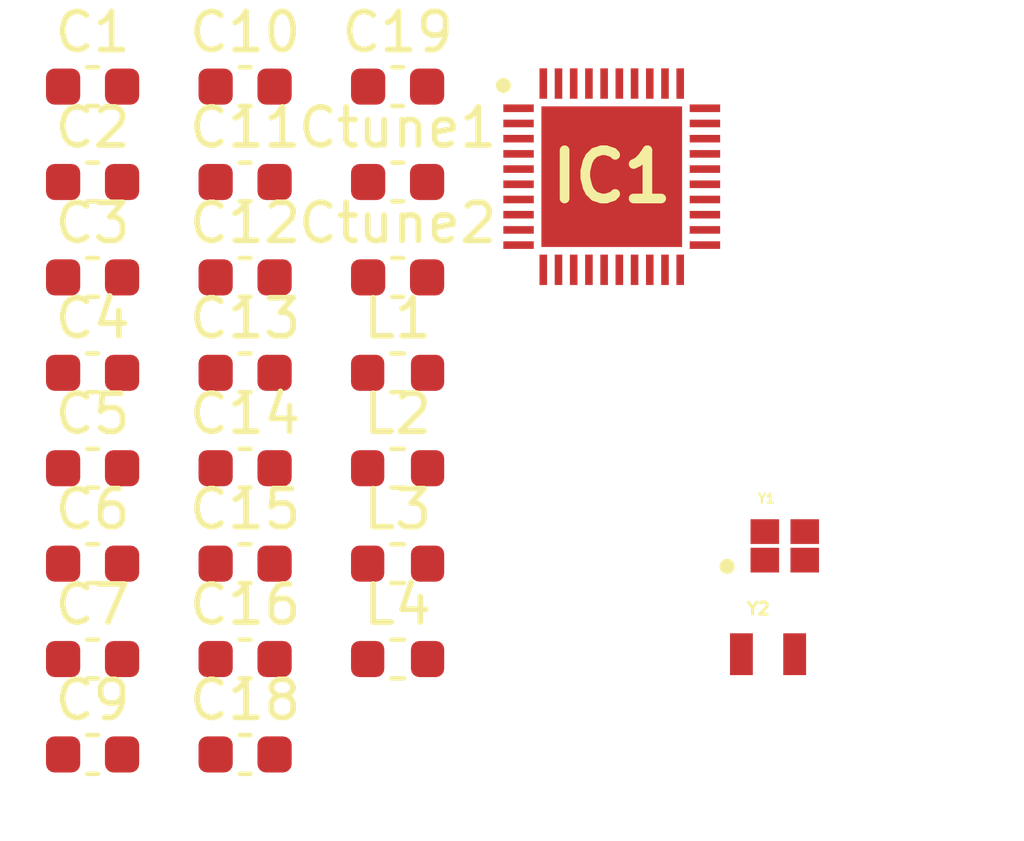
<source format=kicad_pcb>
(kicad_pcb (version 20221018) (generator pcbnew)
  (layers (0 "F.Cu" signal) (31 "B.Cu" signal) (34 "B.Paste" user) (35 "F.Paste" user) (36 "B.SilkS" user "B.Silkscreen") (37 "F.SilkS" user "F.Silkscreen") (38 "B.Mask" user) (39 "F.Mask" user) (44 "Edge.Cuts" user))
  (net 0 "")
  (net 1 "Net-(IC1-XC1)")
  (net 2 "GND")
  (net 3 "Net-(IC1-XC2)")
  (net 4 "Net-(IC1-ANT)")
  (net 5 "Net-(C4-Pad1)")
  (net 6 "Net-(IC1-DEC1)")
  (net 7 "VDD")
  (net 8 "Net-(IC1-DEC5)")
  (net 9 "Net-(IC1-DEC3)")
  (net 10 "Net-(IC1-DEC4)")
  (net 11 "Net-(IC1-P0.00{slash}XL1)")
  (net 12 "Net-(IC1-P0.01{slash}XL2)")
  (net 13 "VBUS")
  (net 14 "Net-(IC1-DECUSB)")
  (net 15 "Net-(IC1-P0.09{slash}NFC1)")
  (net 16 "Net-(IC1-P0.10{slash}NFC2)")
  (net 21 "D+")
  (net 22 "D-")
  (net 36 "Net-(IC1-DCC)")
  (net 38 "Net-(L3-Pad2)")
  (footprint "Inductor_SMD:L_0603_1608Metric" (layer "F.Cu") (at 139.4205 79.084)
    (fp_text reference "L1" (at 0 -1.43) (layer "F.SilkS"))
    (fp_text value "4.7nH")
    (fp_line (start -0.162779 -0.51) (end 0.162779 -0.51) (stroke (width 0.12)) (layer "F.SilkS"))
    (fp_line (start -0.162779 0.51) (end 0.162779 0.51) (stroke (width 0.12)) (layer "F.SilkS"))
    (pad "1" smd roundrect (at -0.7875 0) (size 0.875 0.95) (layers "F.Cu" "F.Paste" "F.Mask") (net 4 "Net-(IC1-ANT)"))
    (pad "2" smd roundrect (at 0.7875 0) (size 0.875 0.95) (layers "F.Cu" "F.Paste" "F.Mask") (net 5 "Net-(C4-Pad1)"))
  )
  (footprint "Capacitor_SMD:C_0603_1608Metric" (layer "F.Cu") (at 131.4005 79.084)
    (fp_text reference "C4" (at 0 -1.43) (layer "F.SilkS"))
    (fp_text value "1.2pF")
    (fp_line (start -0.14058 -0.51) (end 0.14058 -0.51) (stroke (width 0.12)) (layer "F.SilkS"))
    (fp_line (start -0.14058 0.51) (end 0.14058 0.51) (stroke (width 0.12)) (layer "F.SilkS"))
    (pad "1" smd roundrect (at -0.775 0) (size 0.9 0.95) (layers "F.Cu" "F.Paste" "F.Mask") (net 5 "Net-(C4-Pad1)"))
    (pad "2" smd roundrect (at 0.775 0) (size 0.9 0.95) (layers "F.Cu" "F.Paste" "F.Mask") (net 2 "GND"))
  )
  (footprint "TESIS:XTAL_ECS-320-8-47-CKM-TR3" (layer "F.Cu") (at 149.6 83.637)
    (fp_text reference "Y1" (at -0.483905 -1.247973) (layer "F.SilkS") (effects (font (size 0.24065 0.24065))))
    (fp_text value "ECS-320-8-47-CKM-TR3")
    (fp_circle (center -1.515 0.5398) (end -1.415 0.5398) (stroke (width 0.2)) (fill none) (layer "F.SilkS"))
    (pad "1" smd rect (at -0.525 0.375) (size 0.75 0.65) (layers "F.Cu" "F.Paste" "F.Mask") (net 3 "Net-(IC1-XC2)"))
    (pad "2" smd rect (at 0.525 0.375) (size 0.75 0.65) (layers "F.Cu" "F.Paste" "F.Mask") (net 2 "GND"))
    (pad "3" smd rect (at 0.525 -0.375) (size 0.75 0.65) (layers "F.Cu" "F.Paste" "F.Mask") (net 1 "Net-(IC1-XC1)"))
    (pad "4" smd rect (at -0.525 -0.375) (size 0.75 0.65) (layers "F.Cu" "F.Paste" "F.Mask") (net 2 "GND"))
  )
  (footprint "Inductor_SMD:L_0603_1608Metric" (layer "F.Cu") (at 139.4205 81.594)
    (fp_text reference "L2" (at 0 -1.43) (layer "F.SilkS"))
    (fp_text value "2.2nH")
    (fp_line (start -0.162779 -0.51) (end 0.162779 -0.51) (stroke (width 0.12)) (layer "F.SilkS"))
    (fp_line (start -0.162779 0.51) (end 0.162779 0.51) (stroke (width 0.12)) (layer "F.SilkS"))
    (pad "1" smd roundrect (at -0.7875 0) (size 0.875 0.95) (layers "F.Cu" "F.Paste" "F.Mask") (net 5 "Net-(C4-Pad1)"))
    (pad "2" smd roundrect (at 0.7875 0) (size 0.875 0.95) (layers "F.Cu" "F.Paste" "F.Mask"))
  )
  (footprint "Capacitor_SMD:C_0603_1608Metric" (layer "F.Cu") (at 131.4005 84.104)
    (fp_text reference "C6" (at 0 -1.43) (layer "F.SilkS"))
    (fp_text value "4.7uF")
    (fp_line (start -0.14058 -0.51) (end 0.14058 -0.51) (stroke (width 0.12)) (layer "F.SilkS"))
    (fp_line (start -0.14058 0.51) (end 0.14058 0.51) (stroke (width 0.12)) (layer "F.SilkS"))
    (pad "1" smd roundrect (at -0.775 0) (size 0.9 0.95) (layers "F.Cu" "F.Paste" "F.Mask") (net 7 "VDD"))
    (pad "2" smd roundrect (at 0.775 0) (size 0.9 0.95) (layers "F.Cu" "F.Paste" "F.Mask") (net 2 "GND"))
  )
  (footprint "Capacitor_SMD:C_0603_1608Metric" (layer "F.Cu") (at 139.4205 74.064)
    (fp_text reference "Ctune1" (at 0 -1.43) (layer "F.SilkS"))
    (fp_text value "TBD")
    (fp_line (start -0.14058 -0.51) (end 0.14058 -0.51) (stroke (width 0.12)) (layer "F.SilkS"))
    (fp_line (start -0.14058 0.51) (end 0.14058 0.51) (stroke (width 0.12)) (layer "F.SilkS"))
    (pad "1" smd roundrect (at -0.775 0) (size 0.9 0.95) (layers "F.Cu" "F.Paste" "F.Mask") (net 15 "Net-(IC1-P0.09{slash}NFC1)"))
    (pad "2" smd roundrect (at 0.775 0) (size 0.9 0.95) (layers "F.Cu" "F.Paste" "F.Mask") (net 2 "GND"))
  )
  (footprint "Capacitor_SMD:C_0603_1608Metric" (layer "F.Cu") (at 135.4105 71.554)
    (fp_text reference "C10" (at 0 -1.43) (layer "F.SilkS"))
    (fp_text value "100pF")
    (fp_line (start -0.14058 -0.51) (end 0.14058 -0.51) (stroke (width 0.12)) (layer "F.SilkS"))
    (fp_line (start -0.14058 0.51) (end 0.14058 0.51) (stroke (width 0.12)) (layer "F.SilkS"))
    (pad "1" smd roundrect (at -0.775 0) (size 0.9 0.95) (layers "F.Cu" "F.Paste" "F.Mask") (net 9 "Net-(IC1-DEC3)"))
    (pad "2" smd roundrect (at 0.775 0) (size 0.9 0.95) (layers "F.Cu" "F.Paste" "F.Mask") (net 2 "GND"))
  )
  (footprint "Capacitor_SMD:C_0603_1608Metric" (layer "F.Cu") (at 131.4005 81.594)
    (fp_text reference "C5" (at 0 -1.43) (layer "F.SilkS"))
    (fp_text value "100nF")
    (fp_line (start -0.14058 -0.51) (end 0.14058 -0.51) (stroke (width 0.12)) (layer "F.SilkS"))
    (fp_line (start -0.14058 0.51) (end 0.14058 0.51) (stroke (width 0.12)) (layer "F.SilkS"))
    (pad "1" smd roundrect (at -0.775 0) (size 0.9 0.95) (layers "F.Cu" "F.Paste" "F.Mask") (net 6 "Net-(IC1-DEC1)"))
    (pad "2" smd roundrect (at 0.775 0) (size 0.9 0.95) (layers "F.Cu" "F.Paste" "F.Mask") (net 2 "GND"))
  )
  (footprint "TESIS:XTAL_ECS-.327-9-12R-C-TR" (layer "F.Cu") (at 149.16 86.487)
    (fp_text reference "Y2" (at -0.254313 -1.197695) (layer "F.SilkS") (effects (font (size 0.320399 0.320399))))
    (fp_text value "ECS-.327-9-12R-C-TR")
    (pad "1" smd rect (at -0.7 0) (size 0.6 1.1) (layers "F.Cu" "F.Paste" "F.Mask") (net 12 "Net-(IC1-P0.01{slash}XL2)"))
    (pad "2" smd rect (at 0.7 0) (size 0.6 1.1) (layers "F.Cu" "F.Paste" "F.Mask") (net 11 "Net-(IC1-P0.00{slash}XL1)"))
  )
  (footprint "Inductor_SMD:L_0603_1608Metric" (layer "F.Cu") (at 139.4205 84.104)
    (fp_text reference "L3" (at 0 -1.43) (layer "F.SilkS"))
    (fp_text value "10uH")
    (fp_line (start -0.162779 -0.51) (end 0.162779 -0.51) (stroke (width 0.12)) (layer "F.SilkS"))
    (fp_line (start -0.162779 0.51) (end 0.162779 0.51) (stroke (width 0.12)) (layer "F.SilkS"))
    (pad "1" smd roundrect (at -0.7875 0) (size 0.875 0.95) (layers "F.Cu" "F.Paste" "F.Mask") (net 36 "Net-(IC1-DCC)"))
    (pad "2" smd roundrect (at 0.7875 0) (size 0.875 0.95) (layers "F.Cu" "F.Paste" "F.Mask") (net 38 "Net-(L3-Pad2)"))
  )
  (footprint "Capacitor_SMD:C_0603_1608Metric" (layer "F.Cu") (at 135.4105 74.064)
    (fp_text reference "C11" (at 0 -1.43) (layer "F.SilkS"))
    (fp_text value "100nF")
    (fp_line (start -0.14058 -0.51) (end 0.14058 -0.51) (stroke (width 0.12)) (layer "F.SilkS"))
    (fp_line (start -0.14058 0.51) (end 0.14058 0.51) (stroke (width 0.12)) (layer "F.SilkS"))
    (pad "1" smd roundrect (at -0.775 0) (size 0.9 0.95) (layers "F.Cu" "F.Paste" "F.Mask") (net 7 "VDD"))
    (pad "2" smd roundrect (at 0.775 0) (size 0.9 0.95) (layers "F.Cu" "F.Paste" "F.Mask") (net 2 "GND"))
  )
  (footprint "Capacitor_SMD:C_0603_1608Metric" (layer "F.Cu") (at 135.4105 79.084)
    (fp_text reference "C13" (at 0 -1.43) (layer "F.SilkS"))
    (fp_text value "1.0uF")
    (fp_line (start -0.14058 -0.51) (end 0.14058 -0.51) (stroke (width 0.12)) (layer "F.SilkS"))
    (fp_line (start -0.14058 0.51) (end 0.14058 0.51) (stroke (width 0.12)) (layer "F.SilkS"))
    (pad "1" smd roundrect (at -0.775 0) (size 0.9 0.95) (layers "F.Cu" "F.Paste" "F.Mask") (net 10 "Net-(IC1-DEC4)"))
    (pad "2" smd roundrect (at 0.775 0) (size 0.9 0.95) (layers "F.Cu" "F.Paste" "F.Mask") (net 2 "GND"))
  )
  (footprint "TESIS:QFN40P500X500X90-41N" (layer "F.Cu") (at 145.0505 73.924)
    (fp_text reference "IC1" (at 0 0) (layer "F.SilkS") (effects (font (size 1.27 1.27) (thickness 0.254))))
    (fp_text value "nRF52833-QDAA-R" hide)
    (fp_circle (center -2.85 -2.4) (end -2.85 -2.3) (stroke (width 0.2)) (fill none) (layer "F.SilkS"))
    (pad "1" smd rect (at -2.45 -1.8 90) (size 0.2 0.8) (layers "F.Cu" "F.Paste" "F.Mask") (net 6 "Net-(IC1-DEC1)"))
    (pad "2" smd rect (at -2.45 -1.4 90) (size 0.2 0.8) (layers "F.Cu" "F.Paste" "F.Mask") (net 11 "Net-(IC1-P0.00{slash}XL1)"))
    (pad "3" smd rect (at -2.45 -1 90) (size 0.2 0.8) (layers "F.Cu" "F.Paste" "F.Mask") (net 12 "Net-(IC1-P0.01{slash}XL2)"))
    (pad "4" smd rect (at -2.45 -0.6 90) (size 0.2 0.8) (layers "F.Cu" "F.Paste" "F.Mask"))
    (pad "5" smd rect (at -2.45 -0.2 90) (size 0.2 0.8) (layers "F.Cu" "F.Paste" "F.Mask"))
    (pad "6" smd rect (at -2.45 0.2 90) (size 0.2 0.8) (layers "F.Cu" "F.Paste" "F.Mask"))
    (pad "7" smd rect (at -2.45 0.6 90) (size 0.2 0.8) (layers "F.Cu" "F.Paste" "F.Mask"))
    (pad "8" smd rect (at -2.45 1 90) (size 0.2 0.8) (layers "F.Cu" "F.Paste" "F.Mask") (net 7 "VDD"))
    (pad "9" smd rect (at -2.45 1.4 90) (size 0.2 0.8) (layers "F.Cu" "F.Paste" "F.Mask") (net 7 "VDD"))
    (pad "10" smd rect (at -2.45 1.8 90) (size 0.2 0.8) (layers "F.Cu" "F.Paste" "F.Mask") (net 13 "VBUS"))
    (pad "11" smd rect (at -1.8 2.45) (size 0.2 0.8) (layers "F.Cu" "F.Paste" "F.Mask") (net 14 "Net-(IC1-DECUSB)"))
    (pad "12" smd rect (at -1.4 2.45) (size 0.2 0.8) (layers "F.Cu" "F.Paste" "F.Mask") (net 21 "D+"))
    (pad "13" smd rect (at -1 2.45) (size 0.2 0.8) (layers "F.Cu" "F.Paste" "F.Mask") (net 22 "D-"))
    (pad "14" smd rect (at -0.6 2.45) (size 0.2 0.8) (layers "F.Cu" "F.Paste" "F.Mask"))
    (pad "15" smd rect (at -0.2 2.45) (size 0.2 0.8) (layers "F.Cu" "F.Paste" "F.Mask"))
    (pad "16" smd rect (at 0.2 2.45) (size 0.2 0.8) (layers "F.Cu" "F.Paste" "F.Mask"))
    (pad "17" smd rect (at 0.6 2.45) (size 0.2 0.8) (layers "F.Cu" "F.Paste" "F.Mask"))
    (pad "18" smd rect (at 1 2.45) (size 0.2 0.8) (layers "F.Cu" "F.Paste" "F.Mask") (net 7 "VDD"))
    (pad "19" smd rect (at 1.4 2.45) (size 0.2 0.8) (layers "F.Cu" "F.Paste" "F.Mask"))
    (pad "20" smd rect (at 1.8 2.45) (size 0.2 0.8) (layers "F.Cu" "F.Paste" "F.Mask"))
    (pad "21" smd rect (at 2.45 1.8 90) (size 0.2 0.8) (layers "F.Cu" "F.Paste" "F.Mask") (net 8 "Net-(IC1-DEC5)"))
    (pad "22" smd rect (at 2.45 1.4 90) (size 0.2 0.8) (layers "F.Cu" "F.Paste" "F.Mask") (net 15 "Net-(IC1-P0.09{slash}NFC1)"))
    (pad "23" smd rect (at 2.45 1 90) (size 0.2 0.8) (layers "F.Cu" "F.Paste" "F.Mask") (net 16 "Net-(IC1-P0.10{slash}NFC2)"))
    (pad "24" smd rect (at 2.45 0.6 90) (size 0.2 0.8) (layers "F.Cu" "F.Paste" "F.Mask") (net 4 "Net-(IC1-ANT)"))
    (pad "25" smd rect (at 2.45 0.2 90) (size 0.2 0.8) (layers "F.Cu" "F.Paste" "F.Mask") (net 2 "GND"))
    (pad "26" smd rect (at 2.45 -0.2 90) (size 0.2 0.8) (layers "F.Cu" "F.Paste" "F.Mask") (net 10 "Net-(IC1-DEC4)"))
    (pad "27" smd rect (at 2.45 -0.6 90) (size 0.2 0.8) (layers "F.Cu" "F.Paste" "F.Mask") (net 9 "Net-(IC1-DEC3)"))
    (pad "28" smd rect (at 2.45 -1 90) (size 0.2 0.8) (layers "F.Cu" "F.Paste" "F.Mask") (net 1 "Net-(IC1-XC1)"))
    (pad "29" smd rect (at 2.45 -1.4 90) (size 0.2 0.8) (layers "F.Cu" "F.Paste" "F.Mask") (net 3 "Net-(IC1-XC2)"))
    (pad "30" smd rect (at 2.45 -1.8 90) (size 0.2 0.8) (layers "F.Cu" "F.Paste" "F.Mask") (net 7 "VDD"))
    (pad "31" smd rect (at 1.8 -2.45) (size 0.2 0.8) (layers "F.Cu" "F.Paste" "F.Mask"))
    (pad "32" smd rect (at 1.4 -2.45) (size 0.2 0.8) (layers "F.Cu" "F.Paste" "F.Mask"))
    (pad "33" smd rect (at 1 -2.45) (size 0.2 0.8) (layers "F.Cu" "F.Paste" "F.Mask"))
    (pad "34" smd rect (at 0.6 -2.45) (size 0.2 0.8) (layers "F.Cu" "F.Paste" "F.Mask"))
    (pad "35" smd rect (at 0.2 -2.45) (size 0.2 0.8) (layers "F.Cu" "F.Paste" "F.Mask"))
    (pad "36" smd rect (at -0.2 -2.45) (size 0.2 0.8) (layers "F.Cu" "F.Paste" "F.Mask"))
    (pad "37" smd rect (at -0.6 -2.45) (size 0.2 0.8) (layers "F.Cu" "F.Paste" "F.Mask"))
    (pad "38" smd rect (at -1 -2.45) (size 0.2 0.8) (layers "F.Cu" "F.Paste" "F.Mask") (net 10 "Net-(IC1-DEC4)"))
    (pad "39" smd rect (at -1.4 -2.45) (size 0.2 0.8) (layers "F.Cu" "F.Paste" "F.Mask") (net 36 "Net-(IC1-DCC)"))
    (pad "40" smd rect (at -1.8 -2.45) (size 0.2 0.8) (layers "F.Cu" "F.Paste" "F.Mask") (net 7 "VDD"))
    (pad "41" smd rect (at 0 0) (size 3.7 3.7) (layers "F.Cu" "F.Paste" "F.Mask") (net 2 "GND"))
  )
  (footprint "Capacitor_SMD:C_0603_1608Metric" (layer "F.Cu") (at 135.4105 84.104)
    (fp_text reference "C15" (at 0 -1.43) (layer "F.SilkS"))
    (fp_text value "12pF")
    (fp_line (start -0.14058 -0.51) (end 0.14058 -0.51) (stroke (width 0.12)) (layer "F.SilkS"))
    (fp_line (start -0.14058 0.51) (end 0.14058 0.51) (stroke (width 0.12)) (layer "F.SilkS"))
    (pad "1" smd roundrect (at -0.775 0) (size 0.9 0.95) (layers "F.Cu" "F.Paste" "F.Mask") (net 11 "Net-(IC1-P0.00{slash}XL1)"))
    (pad "2" smd roundrect (at 0.775 0) (size 0.9 0.95) (layers "F.Cu" "F.Paste" "F.Mask") (net 2 "GND"))
  )
  (footprint "Capacitor_SMD:C_0603_1608Metric" (layer "F.Cu") (at 131.4005 71.554)
    (fp_text reference "C1" (at 0 -1.43) (layer "F.SilkS"))
    (fp_text value "12pF")
    (fp_line (start -0.14058 -0.51) (end 0.14058 -0.51) (stroke (width 0.12)) (layer "F.SilkS"))
    (fp_line (start -0.14058 0.51) (end 0.14058 0.51) (stroke (width 0.12)) (layer "F.SilkS"))
    (pad "1" smd roundrect (at -0.775 0) (size 0.9 0.95) (layers "F.Cu" "F.Paste" "F.Mask") (net 1 "Net-(IC1-XC1)"))
    (pad "2" smd roundrect (at 0.775 0) (size 0.9 0.95) (layers "F.Cu" "F.Paste" "F.Mask") (net 2 "GND"))
  )
  (footprint "Capacitor_SMD:C_0603_1608Metric" (layer "F.Cu") (at 131.4005 89.124)
    (fp_text reference "C9" (at 0 -1.43) (layer "F.SilkS"))
    (fp_text value "820pF")
    (fp_line (start -0.14058 -0.51) (end 0.14058 -0.51) (stroke (width 0.12)) (layer "F.SilkS"))
    (fp_line (start -0.14058 0.51) (end 0.14058 0.51) (stroke (width 0.12)) (layer "F.SilkS"))
    (pad "1" smd roundrect (at -0.775 0) (size 0.9 0.95) (layers "F.Cu" "F.Paste" "F.Mask") (net 8 "Net-(IC1-DEC5)"))
    (pad "2" smd roundrect (at 0.775 0) (size 0.9 0.95) (layers "F.Cu" "F.Paste" "F.Mask") (net 2 "GND"))
  )
  (footprint "Capacitor_SMD:C_0603_1608Metric" (layer "F.Cu") (at 135.4105 86.614)
    (fp_text reference "C16" (at 0 -1.43) (layer "F.SilkS"))
    (fp_text value "12pF")
    (fp_line (start -0.14058 -0.51) (end 0.14058 -0.51) (stroke (width 0.12)) (layer "F.SilkS"))
    (fp_line (start -0.14058 0.51) (end 0.14058 0.51) (stroke (width 0.12)) (layer "F.SilkS"))
    (pad "1" smd roundrect (at -0.775 0) (size 0.9 0.95) (layers "F.Cu" "F.Paste" "F.Mask") (net 12 "Net-(IC1-P0.01{slash}XL2)"))
    (pad "2" smd roundrect (at 0.775 0) (size 0.9 0.95) (layers "F.Cu" "F.Paste" "F.Mask") (net 2 "GND"))
  )
  (footprint "Capacitor_SMD:C_0603_1608Metric" (layer "F.Cu") (at 135.4105 76.574)
    (fp_text reference "C12" (at 0 -1.43) (layer "F.SilkS"))
    (fp_text value "1.0uF")
    (fp_line (start -0.14058 -0.51) (end 0.14058 -0.51) (stroke (width 0.12)) (layer "F.SilkS"))
    (fp_line (start -0.14058 0.51) (end 0.14058 0.51) (stroke (width 0.12)) (layer "F.SilkS"))
    (pad "1" smd roundrect (at -0.775 0) (size 0.9 0.95) (layers "F.Cu" "F.Paste" "F.Mask") (net 7 "VDD"))
    (pad "2" smd roundrect (at 0.775 0) (size 0.9 0.95) (layers "F.Cu" "F.Paste" "F.Mask") (net 2 "GND"))
  )
  (footprint "Inductor_SMD:L_0603_1608Metric" (layer "F.Cu") (at 139.4205 86.614)
    (fp_text reference "L4" (at 0 -1.43) (layer "F.SilkS"))
    (fp_text value "15nH")
    (fp_line (start -0.162779 -0.51) (end 0.162779 -0.51) (stroke (width 0.12)) (layer "F.SilkS"))
    (fp_line (start -0.162779 0.51) (end 0.162779 0.51) (stroke (width 0.12)) (layer "F.SilkS"))
    (pad "1" smd roundrect (at -0.7875 0) (size 0.875 0.95) (layers "F.Cu" "F.Paste" "F.Mask") (net 38 "Net-(L3-Pad2)"))
    (pad "2" smd roundrect (at 0.7875 0) (size 0.875 0.95) (layers "F.Cu" "F.Paste" "F.Mask") (net 10 "Net-(IC1-DEC4)"))
  )
  (footprint "Capacitor_SMD:C_0603_1608Metric" (layer "F.Cu") (at 139.4205 76.574)
    (fp_text reference "Ctune2" (at 0 -1.43) (layer "F.SilkS"))
    (fp_text value "TBD")
    (fp_line (start -0.14058 -0.51) (end 0.14058 -0.51) (stroke (width 0.12)) (layer "F.SilkS"))
    (fp_line (start -0.14058 0.51) (end 0.14058 0.51) (stroke (width 0.12)) (layer "F.SilkS"))
    (pad "1" smd roundrect (at -0.775 0) (size 0.9 0.95) (layers "F.Cu" "F.Paste" "F.Mask") (net 16 "Net-(IC1-P0.10{slash}NFC2)"))
    (pad "2" smd roundrect (at 0.775 0) (size 0.9 0.95) (layers "F.Cu" "F.Paste" "F.Mask") (net 2 "GND"))
  )
  (footprint "Capacitor_SMD:C_0603_1608Metric" (layer "F.Cu") (at 131.4005 76.574)
    (fp_text reference "C3" (at 0 -1.43) (layer "F.SilkS"))
    (fp_text value "1.0pF")
    (fp_line (start -0.14058 -0.51) (end 0.14058 -0.51) (stroke (width 0.12)) (layer "F.SilkS"))
    (fp_line (start -0.14058 0.51) (end 0.14058 0.51) (stroke (width 0.12)) (layer "F.SilkS"))
    (pad "1" smd roundrect (at -0.775 0) (size 0.9 0.95) (layers "F.Cu" "F.Paste" "F.Mask") (net 4 "Net-(IC1-ANT)"))
    (pad "2" smd roundrect (at 0.775 0) (size 0.9 0.95) (layers "F.Cu" "F.Paste" "F.Mask") (net 2 "GND"))
  )
  (footprint "Capacitor_SMD:C_0603_1608Metric" (layer "F.Cu") (at 131.4005 86.614)
    (fp_text reference "C7" (at 0 -1.43) (layer "F.SilkS"))
    (fp_text value "4.7uF")
    (fp_line (start -0.14058 -0.51) (end 0.14058 -0.51) (stroke (width 0.12)) (layer "F.SilkS"))
    (fp_line (start -0.14058 0.51) (end 0.14058 0.51) (stroke (width 0.12)) (layer "F.SilkS"))
    (pad "1" smd roundrect (at -0.775 0) (size 0.9 0.95) (layers "F.Cu" "F.Paste" "F.Mask") (net 7 "VDD"))
    (pad "2" smd roundrect (at 0.775 0) (size 0.9 0.95) (layers "F.Cu" "F.Paste" "F.Mask") (net 2 "GND"))
  )
  (footprint "Capacitor_SMD:C_0603_1608Metric" (layer "F.Cu") (at 135.4105 81.594)
    (fp_text reference "C14" (at 0 -1.43) (layer "F.SilkS"))
    (fp_text value "47nF")
    (fp_line (start -0.14058 -0.51) (end 0.14058 -0.51) (stroke (width 0.12)) (layer "F.SilkS"))
    (fp_line (start -0.14058 0.51) (end 0.14058 0.51) (stroke (width 0.12)) (layer "F.SilkS"))
    (pad "1" smd roundrect (at -0.775 0) (size 0.9 0.95) (layers "F.Cu" "F.Paste" "F.Mask") (net 10 "Net-(IC1-DEC4)"))
    (pad "2" smd roundrect (at 0.775 0) (size 0.9 0.95) (layers "F.Cu" "F.Paste" "F.Mask") (net 2 "GND"))
  )
  (footprint "Capacitor_SMD:C_0603_1608Metric" (layer "F.Cu") (at 139.4205 71.554)
    (fp_text reference "C19" (at 0 -1.43) (layer "F.SilkS"))
    (fp_text value "4.7uF")
    (fp_line (start -0.14058 -0.51) (end 0.14058 -0.51) (stroke (width 0.12)) (layer "F.SilkS"))
    (fp_line (start -0.14058 0.51) (end 0.14058 0.51) (stroke (width 0.12)) (layer "F.SilkS"))
    (pad "1" smd roundrect (at -0.775 0) (size 0.9 0.95) (layers "F.Cu" "F.Paste" "F.Mask") (net 14 "Net-(IC1-DECUSB)"))
    (pad "2" smd roundrect (at 0.775 0) (size 0.9 0.95) (layers "F.Cu" "F.Paste" "F.Mask") (net 2 "GND"))
  )
  (footprint "Capacitor_SMD:C_0603_1608Metric" (layer "F.Cu") (at 131.4005 74.064)
    (fp_text reference "C2" (at 0 -1.43) (layer "F.SilkS"))
    (fp_text value "12pF")
    (fp_line (start -0.14058 -0.51) (end 0.14058 -0.51) (stroke (width 0.12)) (layer "F.SilkS"))
    (fp_line (start -0.14058 0.51) (end 0.14058 0.51) (stroke (width 0.12)) (layer "F.SilkS"))
    (pad "1" smd roundrect (at -0.775 0) (size 0.9 0.95) (layers "F.Cu" "F.Paste" "F.Mask") (net 3 "Net-(IC1-XC2)"))
    (pad "2" smd roundrect (at 0.775 0) (size 0.9 0.95) (layers "F.Cu" "F.Paste" "F.Mask") (net 2 "GND"))
  )
  (footprint "Capacitor_SMD:C_0603_1608Metric" (layer "F.Cu") (at 135.4105 89.124)
    (fp_text reference "C18" (at 0 -1.43) (layer "F.SilkS"))
    (fp_text value "4.7uF")
    (fp_line (start -0.14058 -0.51) (end 0.14058 -0.51) (stroke (width 0.12)) (layer "F.SilkS"))
    (fp_line (start -0.14058 0.51) (end 0.14058 0.51) (stroke (width 0.12)) (layer "F.SilkS"))
    (pad "1" smd roundrect (at -0.775 0) (size 0.9 0.95) (layers "F.Cu" "F.Paste" "F.Mask") (net 13 "VBUS"))
    (pad "2" smd roundrect (at 0.775 0) (size 0.9 0.95) (layers "F.Cu" "F.Paste" "F.Mask") (net 2 "GND"))
  )
)
</source>
